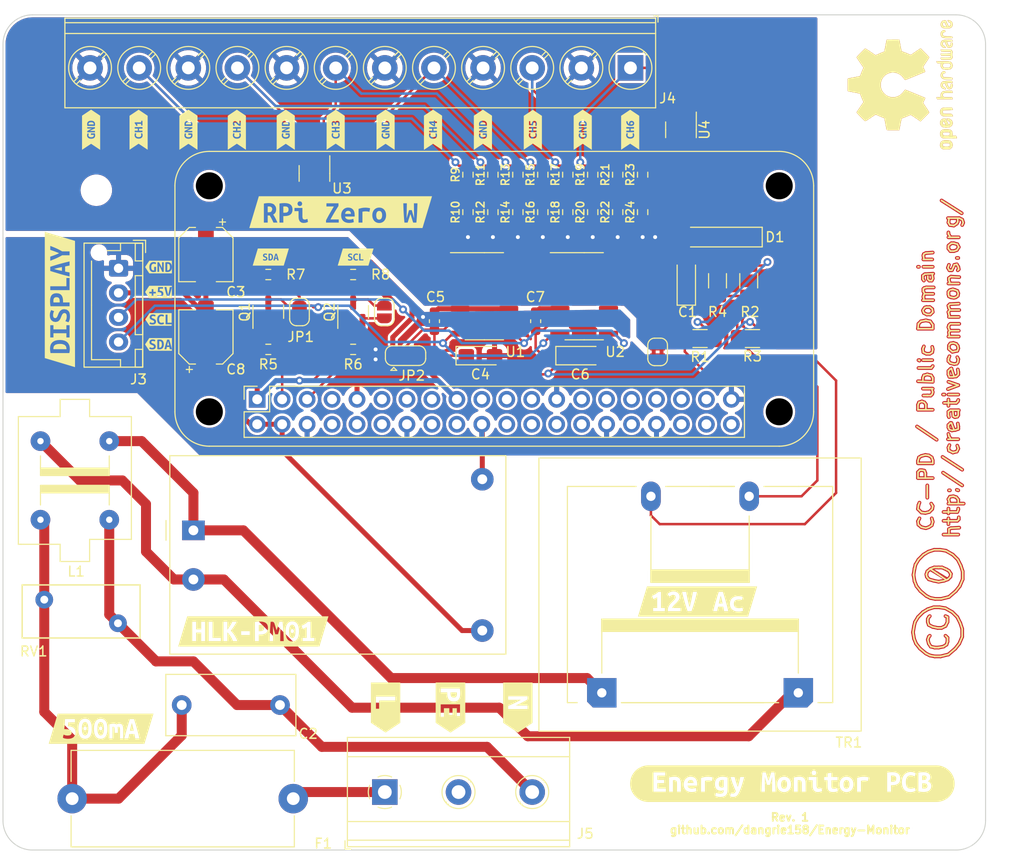
<source format=kicad_pcb>
(kicad_pcb (version 20211014) (generator pcbnew)
  (layers (0 "F.Cu" signal) (31 "B.Cu" signal) (34 "B.Paste" user) (35 "F.Paste" user) (36 "B.SilkS" user "B.Silkscreen") (37 "F.SilkS" user "F.Silkscreen") (38 "B.Mask" user) (39 "F.Mask" user) (44 "Edge.Cuts" user))
  (net 0 "")
  (net 1 "Net-(C1-Pad1)")
  (net 2 "GND")
  (net 3 "Net-(C2-Pad1)")
  (net 4 "Net-(C2-Pad2)")
  (net 5 "+5V")
  (net 6 "VDDA")
  (net 7 "ADC CH7")
  (net 8 "Net-(F1-Pad1)")
  (net 9 "Earth_Protective")
  (net 10 "+3V3")
  (net 11 "SDAL")
  (net 12 "SCLL")
  (net 39 "SCLH")
  (net 40 "SDAH")
  (net 41 "ADC CH1")
  (net 42 "GNDA")
  (net 43 "ADC CH2")
  (net 44 "ADC CH3")
  (net 45 "ADC CH4")
  (net 46 "ADC CH5")
  (net 47 "ADC CH6")
  (net 48 "NEUT")
  (net 49 "LINE")
  (net 50 "Net-(R1-Pad1)")
  (net 51 "Net-(R10-Pad1)")
  (net 52 "Net-(R11-Pad1)")
  (net 53 "Net-(R13-Pad1)")
  (net 54 "Net-(R15-Pad1)")
  (net 55 "Net-(R17-Pad1)")
  (net 56 "Net-(R19-Pad1)")
  (net 57 "Net-(R21-Pad1)")
  (net 58 "Net-(R23-Pad1)")
  (net 59 "ADC CH8")
  (footprint "kibuzzard-6249A788" (layer "F.Cu") (at 163.83 60.194 90)
    (fp_text reference "kibuzzard-6249A788" hide)
    (fp_text value "G***" hide)
  )
  (footprint "kibuzzard-624991A3" (layer "F.Cu") (at 109.982 121.158)
    (fp_text reference "kibuzzard-624991A3" hide)
    (fp_text value "G***" hide)
  )
  (footprint "kibuzzard-6249B42C" (layer "F.Cu") (at 115.824 74.168)
    (fp_text reference "kibuzzard-6249B42C" hide)
    (fp_text value "G***" hide)
  )
  (footprint "kibuzzard-6249B43B" (layer "F.Cu") (at 115.824 79.502)
    (fp_text reference "kibuzzard-6249B43B" hide)
    (fp_text value "G***" hide)
  )
  (footprint "Package_SO:SO-14_3.9x8.65mm_P1.27mm" (layer "F.Cu") (at 148.99 77.14)
    (fp_text reference "U1")
    (fp_text value "MCP3424")
  )
  (footprint "Symbol:OSHW-Logo2_14.6x12mm_Copper" (layer "F.Cu") (at 191.516 55.626 90)
    (fp_text reference "REF**" hide)
    (fp_text value "OSHW-Logo2_14.6x12mm_Copper" hide)
  )
  (footprint "Resistor_SMD:R_0603_1608Metric_Pad0.98x0.95mm_HandSolder" (layer "F.Cu") (at 157.48 68.58 -90)
    (fp_text reference "R18")
    (fp_text value "6k8")
  )
  (footprint "kibuzzard-6249A794" (layer "F.Cu") (at 159.004 60.194 90)
    (fp_text reference "kibuzzard-6249A794" hide)
    (fp_text value "G***" hide)
  )
  (footprint "kibuzzard-624990CE" (layer "F.Cu") (at 152.4 119 -90)
    (fp_text reference "kibuzzard-624990CE" hide)
    (fp_text value "G***" hide)
  )
  (footprint "MountingHole:MountingHole_2.7mm_M2.5_DIN965" (layer "F.Cu") (at 190.25 66.35)
    (fp_text reference "H2" hide)
    (fp_text value "MountingHole")
  )
  (footprint "Resistor_SMD:R_0603_1608Metric_Pad0.98x0.95mm_HandSolder" (layer "F.Cu") (at 157.48 64.77 90)
    (fp_text reference "R17")
    (fp_text value "10k")
  )
  (footprint "Resistor_SMD:R_1206_3216Metric_Pad1.30x1.75mm_HandSolder" (layer "F.Cu") (at 170.942 81.445)
    (fp_text reference "R1")
    (fp_text value "100k")
  )
  (footprint "kibuzzard-6249A773" (layer "F.Cu") (at 143.764 60.194 90)
    (fp_text reference "kibuzzard-6249A773" hide)
    (fp_text value "G***" hide)
  )
  (footprint "MountingHole:MountingHole_2.7mm_M2.5_DIN965" (layer "F.Cu") (at 190.25 115.65)
    (fp_text reference "H3" hide)
    (fp_text value "MountingHole")
  )
  (footprint "Capacitor_SMD:C_0603_1608Metric_Pad1.08x0.95mm_HandSolder" (layer "F.Cu") (at 154.21 79.68 90)
    (fp_text reference "C7")
    (fp_text value "100n")
  )
  (footprint "Resistor_SMD:R_0603_1608Metric_Pad0.98x0.95mm_HandSolder" (layer "F.Cu") (at 127 74.93)
    (fp_text reference "R7")
    (fp_text value "10k")
  )
  (footprint "kibuzzard-6249A794" (layer "F.Cu") (at 128.778 60.194 90)
    (fp_text reference "kibuzzard-6249A794" hide)
    (fp_text value "G***" hide)
  )
  (footprint "Resistor_SMD:R_0603_1608Metric_Pad0.98x0.95mm_HandSolder" (layer "F.Cu") (at 149.86 64.77 90)
    (fp_text reference "R11")
    (fp_text value "10k")
  )
  (footprint "Resistor_SMD:R_0603_1608Metric_Pad0.98x0.95mm_HandSolder" (layer "F.Cu") (at 152.4 68.58 -90)
    (fp_text reference "R14")
    (fp_text value "6k8")
  )
  (footprint "Resistor_SMD:R_1206_3216Metric_Pad1.30x1.75mm_HandSolder" (layer "F.Cu") (at 176.276 81.445 180)
    (fp_text reference "R3")
    (fp_text value "470k")
  )
  (footprint "Symbol:Symbol_CreativeCommonsPublicDomain_SilkScreenTop_Small" (layer "F.Cu") (at 195.072 91.694 90)
    (fp_text reference "REF**" hide)
    (fp_text value "Symbol_CreativeCommonsPublicDomain_SilkScreenTop_Small")
  )
  (footprint "EnergyMonitor:UU9.8" (layer "F.Cu") (at 107.315 95.885 90)
    (fp_text reference "L1")
    (fp_text value "20mH 500mA")
  )
  (footprint "Connector_JST:JST_XH_B4B-XH-AM_1x04_P2.50mm_Vertical" (layer "F.Cu") (at 111.76 74.295 -90)
    (fp_text reference "J3")
    (fp_text value "Display")
  )
  (footprint "Resistor_SMD:R_0603_1608Metric_Pad0.98x0.95mm_HandSolder" (layer "F.Cu") (at 147.32 64.77 90)
    (fp_text reference "R9")
    (fp_text value "10k")
  )
  (footprint "MountingHole:MountingHole_2.7mm_M2.5_DIN965" (layer "F.Cu") (at 109.5 115.65)
    (fp_text reference "H4" hide)
    (fp_text value "MountingHole")
  )
  (footprint "Resistor_SMD:R_0603_1608Metric_Pad0.98x0.95mm_HandSolder" (layer "F.Cu") (at 127 82.55)
    (fp_text reference "R5")
    (fp_text value "10k")
  )
  (footprint "Package_TO_SOT_SMD:SOT-23" (layer "F.Cu") (at 135.636 78.74 90)
    (fp_text reference "Q2")
    (fp_text value "BSS138")
  )
  (footprint "Varistor:RV_Disc_D12mm_W5.4mm_P7.5mm" (layer "F.Cu") (at 104.2 108.02)
    (fp_text reference "RV1")
    (fp_text value "10D561K")
  )
  (footprint "Resistor_SMD:R_1206_3216Metric_Pad1.30x1.75mm_HandSolder" (layer "F.Cu") (at 172.72 75.565 90)
    (fp_text reference "R4")
    (fp_text value "470k")
  )
  (footprint "Resistor_SMD:R_0603_1608Metric_Pad0.98x0.95mm_HandSolder" (layer "F.Cu") (at 149.86 68.58 -90)
    (fp_text reference "R12")
    (fp_text value "6k8")
  )
  (footprint "TerminalBlock_MetzConnect:TerminalBlock_MetzConnect_Type175_RT02703HBLC_1x03_P7.50mm_Horizontal" (layer "F.Cu") (at 138.86 127.6)
    (fp_text reference "J5")
    (fp_text value "Screw_Terminal_01x03")
  )
  (footprint "Resistor_SMD:R_0603_1608Metric_Pad0.98x0.95mm_HandSolder" (layer "F.Cu") (at 152.4 64.77 90)
    (fp_text reference "R13")
    (fp_text value "10k")
  )
  (footprint "TerminalBlock_Phoenix:TerminalBlock_Phoenix_PT-1,5-12-5.0-H_1x12_P5.00mm_Horizontal" (layer "F.Cu") (at 163.86 53.9 180)
    (fp_text reference "J4")
    (fp_text value "Screw_Terminal_01x12")
  )
  (footprint "Capacitor_SMD:CP_Elec_5x5.4" (layer "F.Cu") (at 120.65 81.28 90)
    (fp_text reference "C8")
    (fp_text value "100µ")
  )
  (footprint "kibuzzard-6249A75F" (layer "F.Cu") (at 133.858 60.194 90)
    (fp_text reference "kibuzzard-6249A75F" hide)
    (fp_text value "G***" hide)
  )
  (footprint "Package_TO_SOT_SMD:SOT-23-6" (layer "F.Cu") (at 131.699 64.643 -90)
    (fp_text reference "U3")
    (fp_text value "WE-TVS-824014")
  )
  (footprint "kibuzzard-624992EE" (layer "F.Cu") (at 125.476 111.252)
    (fp_text reference "kibuzzard-624992EE" hide)
    (fp_text value "G***" hide)
  )
  (footprint "Resistor_SMD:R_0603_1608Metric_Pad0.98x0.95mm_HandSolder" (layer "F.Cu") (at 147.32 68.58 -90)
    (fp_text reference "R10")
    (fp_text value "6k8")
  )
  (footprint "Resistor_SMD:R_0603_1608Metric_Pad0.98x0.95mm_HandSolder" (layer "F.Cu") (at 154.94 64.77 90)
    (fp_text reference "R15")
    (fp_text value "10k")
  )
  (footprint "kibuzzard-62499532" (layer "F.Cu") (at 127.254 73.152)
    (fp_text reference "kibuzzard-62499532" hide)
    (fp_text value "G***" hide)
  )
  (footprint "kibuzzard-6249B447" (layer "F.Cu") (at 115.824 82.042)
    (fp_text reference "kibuzzard-6249B447" hide)
    (fp_text value "G***" hide)
  )
  (footprint "Resistor_SMD:R_0603_1608Metric_Pad0.98x0.95mm_HandSolder" (layer "F.Cu") (at 154.94 68.58 -90)
    (fp_text reference "R16")
    (fp_text value "6k8")
  )
  (footprint "Capacitor_Tantalum_SMD:CP_EIA-3216-18_Kemet-A_Pad1.58x1.35mm_HandSolder" (layer "F.Cu") (at 158.75 83.185)
    (fp_text reference "C6")
    (fp_text value "10µ")
  )
  (footprint "Jumper:SolderJumper-2_P1.3mm_Open_RoundedPad1.0x1.5mm" (layer "F.Cu") (at 130.175 78.74 90)
    (fp_text reference "JP1")
    (fp_text value "SDA Bypass")
  )
  (footprint "Fuse:Fuseholder_Cylinder-5x20mm_Schurter_0031_8201_Horizontal_Open" (layer "F.Cu") (at 129.54 128.27 180)
    (fp_text reference "F1")
    (fp_text value "500mA")
  )
  (footprint "Package_TO_SOT_SMD:SOT-23" (layer "F.Cu") (at 127 78.74 90)
    (fp_text reference "Q1")
    (fp_text value "BSS138")
  )
  (footprint "Resistor_SMD:R_0603_1608Metric_Pad0.98x0.95mm_HandSolder" (layer "F.Cu") (at 160.02 64.77 90)
    (fp_text reference "R19")
    (fp_text value "10k")
  )
  (footprint "MountingHole:MountingHole_2.7mm_M2.5_DIN965" (layer "F.Cu") (at 109.5 66.35)
    (fp_text reference "H1" hide)
    (fp_text value "MountingHole")
  )
  (footprint "kibuzzard-6249A77E" (layer "F.Cu") (at 153.924 60.194 90)
    (fp_text reference "kibuzzard-6249A77E" hide)
    (fp_text value "G***" hide)
  )
  (footprint "kibuzzard-6249ABCA" (layer "F.Cu") (at 180.34 126.746)
    (fp_text reference "kibuzzard-6249ABCA" hide)
    (fp_text value "G***" hide)
  )
  (footprint "kibuzzard-62499035" (layer "F.Cu") (at 145.542 119 -90)
    (fp_text reference "kibuzzard-62499035" hide)
    (fp_text value "G***" hide)
  )
  (footprint "Resistor_SMD:R_0603_1608Metric_Pad0.98x0.95mm_HandSolder" (layer "F.Cu") (at 162.56 68.58 -90)
    (fp_text reference "R22")
    (fp_text value "6k8")
  )
  (footprint "Diode_SMD:D_MiniMELF_Handsoldering" (layer "F.Cu") (at 172.72 71.12 180)
    (fp_text reference "D1")
    (fp_text value "5V")
  )
  (footprint "kibuzzard-624992C2" (layer "F.Cu") (at 134.366 68.58)
    (fp_text reference "kibuzzard-624992C2" hide)
    (fp_text value "G***" hide)
  )
  (footprint "Package_SO:SO-14_3.9x8.65mm_P1.27mm" (layer "F.Cu") (at 159.15 77.14)
    (fp_text reference "U2")
    (fp_text value "MCP3424")
  )
  (footprint "Package_TO_SOT_SMD:SOT-23-6" (layer "F.Cu") (at 169 60.198 -90)
    (fp_text reference "U4")
    (fp_text value "WE-TVS-824014")
  )
  (footprint "Jumper:SolderJumper-3_P1.3mm_Bridged12_RoundedPad1.0x1.5mm" (layer "F.Cu") (at 140.97 83.185)
    (fp_text reference "JP3" hide)
    (fp_text value "VDDA Select")
  )
  (footprint "Symbol:Symbol_CreativeCommonsPublicDomain_CopperTop_Small" (layer "F.Cu") (at 195.072 91.694 90)
    (fp_text reference "REF**" hide)
    (fp_text value "Symbol_CreativeCommonsPublicDomain_CopperTop_Small")
  )
  (footprint "kibuzzard-6249A794" (layer "F.Cu") (at 138.938 60.194 90)
    (fp_text reference "kibuzzard-6249A794" hide)
    (fp_text value "G***" hide)
  )
  (footprint "Jumper:SolderJumper-2_P1.3mm_Bridged2Bar_RoundedPad1.0x1.5mm" (layer "F.Cu") (at 166.624 82.804 90)
    (fp_text reference "JP4" hide)
    (fp_text value "Star Ground")
  )
  (footprint "kibuzzard-6249A738" (layer "F.Cu") (at 113.8 60.194 90)
    (fp_text reference "kibuzzard-6249A738" hide)
    (fp_text value "G***" hide)
  )
  (footprint "Jumper:SolderJumper-2_P1.3mm_Open_RoundedPad1.0x1.5mm" (layer "F.Cu") (at 138.811 78.74 90)
    (fp_text reference "JP2")
    (fp_text value "SCL Bypass" hide)
  )
  (footprint "Capacitor_SMD:C_0603_1608Metric_Pad1.08x0.95mm_HandSolder" (layer "F.Cu") (at 143.91 79.68 90)
    (fp_text reference "C5")
    (fp_text value "100n")
  )
  (footprint "kibuzzard-62499525" (layer "F.Cu") (at 135.89 73.152)
    (fp_text reference "kibuzzard-62499525" hide)
    (fp_text value "G***" hide)
  )
  (footprint "kibuzzard-6249A794" (layer "F.Cu") (at 108.966 60.194 90)
    (fp_text reference "kibuzzard-6249A794" hide)
    (fp_text value "G***" hide)
  )
  (footprint "kibuzzard-624991BE" (layer "F.Cu") (at 170.688 108.204)
    (fp_text reference "kibuzzard-624991BE" hide)
    (fp_text value "G***" hide)
  )
  (footprint "Capacitor_Tantalum_SMD:CP_EIA-3216-18_Kemet-A_Pad1.58x1.35mm_HandSolder" (layer "F.Cu") (at 148.59 83.185)
    (fp_text reference "C4")
    (fp_text value "10µ")
  )
  (footprint "Symbol:OSHW-Logo2_14.6x12mm_SilkScreen" (layer "F.Cu") (at 191.516 55.626 90)
    (fp_text reference "REF**" hide)
    (fp_text value "OSHW-Logo2_14.6x12mm_SilkScreen" hide)
  )
  (footprint "kibuzzard-6249A574" (layer "F.Cu") (at 105.791 77.47 90)
    (fp_text reference "kibuzzard-6249A574" hide)
    (fp_text value "G***" hide)
  )
  (footprint "EnergyMonitor:Raspberry Pi Zero" (layer "F.Cu") (at 150 88.9 90)
    (fp_text reference "J2" hide)
    (fp_text value "RPi Zero")
  )
  (footprint "Converter_ACDC:Converter_ACDC_HiLink_HLK-PMxx" (layer "F.Cu") (at 119.38 100.965)
    (fp_text reference "PS1" hide)
    (fp_text value "HLK-PM01")
  )
  (footprint "Capacitor_Tantalum_SMD:CP_EIA-3216-18_Kemet-A_Pad1.58x1.35mm_HandSolder" (layer "F.Cu") (at 169.545 75.565 90)
    (fp_text reference "C1")
    (fp_text value "10µ/16V")
  )
  (footprint "Resistor_SMD:R_0603_1608Metric_Pad0.98x0.95mm_HandSolder" (layer "F.Cu") (at 165.1 68.58 -90)
    (fp_text reference "R24")
    (fp_text value "6k8")
  )
  (footprint "Resistor_SMD:R_1206_3216Metric_Pad1.30x1.75mm_HandSolder" (layer "F.Cu") (at 175.895 75.565 -90)
    (fp_text reference "R2")
    (fp_text value "6k8")
  )
  (footprint "Resistor_SMD:R_0603_1608Metric_Pad0.98x0.95mm_HandSolder" (layer "F.Cu") (at 135.636 82.55)
    (fp_text reference "R6")
    (fp_text value "10k")
  )
  (footprint "Capacitor_SMD:CP_Elec_5x5.4" (layer "F.Cu") (at 120.65 72.898 -90)
    (fp_text reference "C3")
    (fp_text value "100µ")
  )
  (footprint "Resistor_SMD:R_0603_1608Metric_Pad0.98x0.95mm_HandSolder" (layer "F.Cu") (at 135.636 74.93)
    (fp_text reference "R8")
    (fp_text value "10k")
  )
  (footprint "kibuzzard-6249B420" (layer "F.Cu") (at 115.824 76.708)
    (fp_text reference "kibuzzard-6249B420" hide)
    (fp_text value "G***" hide)
  )
  (footprint "kibuzzard-6249A794" (layer "F.Cu") (at 148.844 60.194 90)
    (fp_text reference "kibuzzard-6249A794" hide)
    (fp_text value "G***" hide)
  )
  (footprint "Resistor_SMD:R_0603_1608Metric_Pad0.98x0.95mm_HandSolder" (layer "F.Cu") (at 162.56 64.77 90)
    (fp_text reference "R21")
    (fp_text value "10k")
  )
  (footprint "kibuzzard-6249A748" (layer "F.Cu") (at 123.8 60.194 90)
    (fp_text reference "kibuzzard-6249A748" hide)
    (fp_text value "G***" hide)
  )
  (footprint "Capacitor_THT:C_Rect_L13.0mm_W6.0mm_P10.00mm_FKS3_FKP3_MKS4" (layer "F.Cu") (at 128.19 118.745 180)
    (fp_text reference "C2")
    (fp_text value "220nF/275Vac")
  )
  (footprint "Resistor_SMD:R_0603_1608Metric_Pad0.98x0.95mm_HandSolder" (layer "F.Cu") (at 160.02 68.58 -90)
    (fp_text reference "R20")
    (fp_text value "6k8")
  )
  (footprint "kibuzzard-6249901A" (layer "F.Cu") (at 138.938 119 -90)
    (fp_text reference "kibuzzard-6249901A" hide)
    (fp_text value "G***" hide)
  )
  (footprint "EnergyMonitor:BV EL 30" (layer "F.Cu") (at 170.942 107.5 90)
    (fp_text reference "TR1")
    (fp_text value "12V / 1.5VA")
  )
  (footprint "kibuzzard-6249A794" (layer "F.Cu") (at 118.872 60.194 90)
    (fp_text reference "kibuzzard-6249A794" hide)
    (fp_text value "G***" hide)
  )
  (footprint "Resistor_SMD:R_0603_1608Metric_Pad0.98x0.95mm_HandSolder" (layer "F.Cu") (at 165.1 64.77 90)
    (fp_text reference "R23")
    (fp_text value "10k")
  )
  (gr_arc locked (start 100 51.5) (mid 100.87868 49.37868) (end 103 48.5) (layer "Edge.Cuts") (width 0.1))
  (gr_arc locked (start 197 48.5) (mid 199.12132 49.37868) (end 200 51.5) (layer "Edge.Cuts") (width 0.1))
  (gr_line locked (start 103 48.5) (end 197 48.5) (layer "Edge.Cuts") (width 0.1))
  (gr_arc locked (start 103 133.5) (mid 100.87868 132.62132) (end 100 130.5) (layer "Edge.Cuts") (width 0.1))
  (gr_line locked (start 200 51.5) (end 200 130.5) (layer "Edge.Cuts") (width 0.1))
  (gr_arc locked (start 200 130.5) (mid 199.12132 132.62132) (end 197 133.5) (layer "Edge.Cuts") (width 0.1))
  (gr_line locked (start 197 133.5) (end 103 133.5) (layer "Edge.Cuts") (width 0.1))
  (gr_line locked (start 100 130.5) (end 100 51.5) (layer "Edge.Cuts") (width 0.1))
  (gr_text "Rev. 1\ngithub.com/dangrie158/Energy-Monitor" (at 180.086 130.81) (layer "F.SilkS") (effects (font (size 0.8 0.8) (thickness 0.2))))
  (segment (start 175.7825 77.115) (end 175.895 77.0025) (width 0.254) (layer "F.Cu") (net 1))
  (segment (start 166.83 100.33) (end 181.61 100.33) (width 0.254) (layer "F.Cu") (net 1))
  (segment (start 174.726 81.445) (end 174.726 78.284) (width 0.254) (layer "F.Cu") (net 1))
  (segment (start 184.785 97.155) (end 184.785 85.725) (width 0.254) (layer "F.Cu") (net 1))
  (segment (start 174.726 78.284) (end 175.895 77.115) (width 0.254) (layer "F.Cu") (net 1))
  (segment (start 169.825 77.115) (end 172.72 77.115) (width 0.254) (layer "F.Cu") (net 1))
  (segment (start 184.785 85.725) (end 182.245 83.185) (width 0.254) (layer "F.Cu") (net 1))
  (segment (start 165.942 97.5) (end 165.942 99.442) (width 0.254) (layer "F.Cu") (net 1))
  (segment (start 182.245 83.185) (end 176.466 83.185) (width 0.254) (layer "F.Cu") (net 1))
  (segment (start 181.61 100.33) (end 184.785 97.155) (width 0.254) (layer "F.Cu") (net 1))
  (segment (start 176.466 83.185) (end 174.726 81.445) (width 0.254) (layer "F.Cu") (net 1))
  (segment (start 172.72 77.115) (end 175.7825 77.115) (width 0.254) (layer "F.Cu") (net 1))
  (segment (start 165.942 99.442) (end 166.83 100.33) (width 0.254) (layer "F.Cu") (net 1))
  (segment (start 148.78 95.765) (end 148.78 90.22) (width 0.508) (layer "F.Cu") (net 2))
  (segment (start 151.465 78.41) (end 146.515 78.41) (width 0.508) (layer "F.Cu") (net 2))
  (segment (start 154.6175 78.41) (end 154.21 78.8175) (width 0.508) (layer "F.Cu") (net 2))
  (segment (start 146.515 78.41) (end 144.3175 78.41) (width 0.508) (layer "F.Cu") (net 2))
  (segment (start 156.675 78.41) (end 154.6175 78.41) (width 0.508) (layer "F.Cu") (net 2))
  (segment (start 144.3175 78.41) (end 143.91 78.8175) (width 0.508) (layer "F.Cu") (net 2))
  (segment (start 148.78 90.22) (end 148.73 90.17) (width 0.508) (layer "F.Cu") (net 2))
  (via (at 137.922 82.55) (size 0.8) (drill 0.4) (layers "F.Cu" "B.Cu") (net 2))
  (via (at 137.922 83.566) (size 0.8) (drill 0.4) (layers "F.Cu" "B.Cu") (net 2))
  (via (at 142.748 79.248) (size 0.8) (drill 0.4) (layers "F.Cu" "B.Cu") (net 2))
  (segment (start 119.38 114.3) (end 115.57 114.3) (width 1.016) (layer "F.Cu") (net 3))
  (segment (start 153.86 127.6) (end 149.26 123) (width 1.016) (layer "F.Cu") (net 3))
  (segment (start 132.445 123) (end 128.19 118.745) (width 1.016) (layer "F.Cu") (net 3))
  (segment (start 110.815 99.885) (end 110.815 109.535) (width 1.016) (layer "F.Cu") (net 3))
  (segment (start 149.26 123) (end 132.445 123) (width 1.016) (layer "F.Cu") (net 3))
  (segment (start 110.815 109.535) (end 111.7 110.42) (width 1.016) (layer "F.Cu") (net 3))
  (segment (start 128.19 118.745) (end 123.825 118.745) (width 1.016) (layer "F.Cu") (net 3))
  (segment (start 115.57 114.3) (end 115.57 114.29) (width 1.016) (layer "F.Cu") (net 3))
  (segment (start 115.57 114.29) (end 111.7 110.42) (width 1.016) (layer "F.Cu") (net 3))
  (segment (start 123.825 118.745) (end 119.38 114.3) (width 1.016) (layer "F.Cu") (net 3))
  (segment (start 104.2 119.44) (end 104.2 108.02) (width 1.016) (layer "F.Cu") (net 4))
  (segment (start 107.04 122.28) (end 104.2 119.44) (width 1.016) (layer "F.Cu") (net 4))
  (segment (start 118.19 121.84) (end 118.19 118.745) (width 1.016) (layer "F.Cu") (net 4))
  (segment (start 104.2 108.02) (end 104.2 100.27) (width 1.016) (layer "F.Cu") (net 4))
  (segment (start 104.2 100.27) (end 103.815 99.885) (width 1.016) (layer "F.Cu") (net 4))
  (segment (start 111.76 128.27) (end 118.19 121.84) (width 1.016) (layer "F.Cu") (net 4))
  (segment (start 107.04 128.27) (end 107.04 122.28) (width 1.016) (layer "F.Cu") (net 4))
  (segment (start 107.04 128.27) (end 111.76 128.27) (width 1.016) (layer "F.Cu") (net 4))
  (segment (start 146.725 111.165) (end 128.41 92.85) (width 0.508) (layer "F.Cu") (net 5))
  (segment (start 126.0875 74.5725) (end 127 73.66) (width 0.508) (layer "F.Cu") (net 5))
  (segment (start 141.623511 79.356489) (end 141.623511 77.869511) (width 0.508) (layer "F.Cu") (net 5))
  (segment (start 111.76 76.795) (end 118.365 76.795) (width 0.508) (layer "F.Cu") (net 5))
  (segment (start 125.186978 90.17) (end 124.258489 89.241511) (width 0.508) (layer "F.Cu") (net 5))
  (segment (start 126.0875 74.93) (end 126.0875 74.5725) (width 0.508) (layer "F.Cu") (net 5))
  (segment (start 120.65 75.098) (end 120.65 79.08) (width 0.508) (layer "F.Cu") (net 5))
  (segment (start 137.414 73.66) (end 132.715 73.66) (width 0.508) (layer "F.Cu") (net 5))
  (segment (start 141.623511 77.869511) (end 137.414 73.66) (width 0.508) (layer "F.Cu") (net 5))
  (segment (start 128.41 92.85) (end 128.41 90.17) (width 0.508) (layer "F.Cu") (net 5))
  (segment (start 124.258489 82.688489) (end 120.65 79.08) (width 0.508) (layer "F.Cu") (net 5))
  (segment (start 139.67 81.31) (end 141.623511 79.356489) (width 0.508) (layer "F.Cu") (net 5))
  (segment (start 125.87 90.17) (end 125.186978 90.17) (width 0.508) (layer "F.Cu") (net 5))
  (segment (start 126.0875 74.93) (end 120.818 74.93) (width 0.508) (layer "F.Cu") (net 5))
  (segment (start 148.78 111.165) (end 146.725 111.165) (width 0.508) (layer "F.Cu") (net 5))
  (segment (start 125.87 90.17) (end 128.41 90.17) (width 0.508) (layer "F.Cu") (net 5))
  (segment (start 120.818 74.93) (end 120.65 75.098) (width 0.508) (layer "F.Cu") (net 5))
  (segment (start 133.4535 73.66) (end 134.7235 74.93) (width 0.508) (layer "F.Cu") (net 5))
  (segment (start 124.258489 89.241511) (end 124.258489 82.688489) (width 0.508) (layer "F.Cu") (net 5))
  (segment (start 132.715 73.66) (end 133.4535 73.66) (width 0.254) (layer "F.Cu") (net 5))
  (segment (start 139.67 83.185) (end 139.67 81.31) (width 0.508) (layer "F.Cu") (net 5))
  (segment (start 118.365 76.795) (end 120.65 79.08) (width 0.508) (layer "F.Cu") (net 5))
  (segment (start 127 73.66) (end 132.715 73.66) (width 0.508) (layer "F.Cu") (net 5))
  (segment (start 154.94 83.185) (end 154.21 82.455) (width 0.254) (layer "F.Cu") (net 6))
  (segment (start 143.91 80.5425) (end 142.715154 80.5425) (width 0.254) (layer "F.Cu") (net 6))
  (segment (start 143.91 80.5425) (end 144.8825 80.5425) (width 0.254) (layer "F.Cu") (net 6))
  (segment (start 144.8825 80.5425) (end 145.415 80.01) (width 0.254) (layer "F.Cu") (net 6))
  (segment (start 155.0425 80.5425) (end 155.905 79.68) (width 0.254) (layer "F.Cu") (net 6))
  (segment (start 176.022 79.756) (end 176.137 79.756) (width 0.254) (layer "F.Cu") (net 6))
  (segment (start 147.1525 83.185) (end 149.0575 85.09) (width 0.254) (layer "F.Cu") (net 6))
  (segment (start 154.21 82.455) (end 154.21 80.5425) (width 0.254) (layer "F.Cu") (net 6))
  (segment (start 143.91 82.315) (end 143.91 80.5425) (width 0.254) (layer "F.Cu") (net 6))
  (segment (start 155.905 79.68) (end 156.675 79.68) (width 0.254) (layer "F.Cu") (net 6))
  (segment (start 154.21 80.5425) (end 155.0425 80.5425) (width 0.254) (layer "F.Cu") (net 6))
  (segment (start 147.1525 83.185) (end 144.78 83.185) (width 0.254) (layer "F.Cu") (net 6))
  (segment (start 155.49125 85.00625) (end 157.3125 83.185) (width 0.254) (layer "F.Cu") (net 6))
  (segment (start 145.745 79.68) (end 145.415 80.01) (width 0.254) (layer "F.Cu") (net 6))
  (segment (start 140.97 82.287654) (end 140.97 83.185) (width 0.254) (layer "F.Cu") (net 6))
  (segment (start 149.0575 85.09) (end 155.4075 85.09) (width 0.254) (layer "F.Cu") (net 6))
  (segment (start 146.515 79.68) (end 145.745 79.68) (width 0.254) (layer "F.Cu") (net 6))
  (segment (start 157.3125 83.185) (end 154.94 83.185) (width 0.254) (layer "F.Cu") (net 6))
  (segment (start 142.715154 80.5425) (end 140.97 82.287654) (width 0.254) (layer "F.Cu") (net 6))
  (segment (start 155.4075 85.09) (end 155.49125 85.00625) (width 0.254) (layer "F.Cu") (net 6))
  (segment (start 144.78 83.185) (end 143.91 82.315) (width 0.254) (layer "F.Cu") (net 6))
  (segment (start 176.137 79.756) (end 177.826 81.445) (width 0.254) (layer "F.Cu") (net 6))
  (via (at 155.49125 85.00625) (size 0.8) (drill 0.4) (layers "F.Cu" "B.Cu") (net 6))
  (via (at 176.022 79.756) (size 0.8) (drill 0.4) (layers "F.Cu" "B.Cu") (net 6))
  (segment (start 155.575 85.09) (end 155.49125 85.00625) (width 0.254) (layer "B.Cu") (net 6))
  (segment (start 175.514 79.756) (end 170.18 85.09) (width 0.254) (layer "B.Cu") (net 6))
  (segment (start 176.022 79.756) (end 175.514 79.756) (width 0.254) (layer "B.Cu") (net 6))
  (segment (start 170.18 85.09) (end 155.575 85.09) (width 0.254) (layer "B.Cu") (net 6))
  (segment (start 165.082 61.3355) (end 162.56 63.8575) (width 0.254) (layer "F.Cu") (net 7))
  (segment (start 168.05 61.3355) (end 165.082 61.3355) (width 0.254) (layer "F.Cu") (net 7))
  (segment (start 130.21 127.6) (end 129.54 128.27) (width 1.016) (layer "F.Cu") (net 8))
  (segment (start 138.86 127.6) (end 130.21 127.6) (width 1.016) (layer "F.Cu") (net 8))
  (segment (start 142.27 83.185) (end 142.27 83.71) (width 0.508) (layer "F.Cu") (net 10))
  (segment (start 134.7235 79.715) (end 134.686 79.6775) (width 0.254) (layer "F.Cu") (net 10))
  (segment (start 131.5485 85.725) (end 130.175 85.725) (width 0.254) (layer "F.Cu") (net 10))
  (segment (start 125.87 82.7675) (end 125.87 87.63) (width 0.508) (layer "F.Cu") (net 10))
  (segment (start 134.7235 82.55) (end 134.7235 79.715) (width 0.254) (layer "F.Cu") (net 10))
  (segment (start 134.7235 82.55) (end 131.5485 85.725) (width 0.254) (layer "F.Cu") (net 10))
  (segment (start 126.0875 82.55) (end 126.0875 79.715) (width 0.508) (layer "F.Cu") (net 10))
  (segment (start 142.27 83.71) (end 146.19 87.63) (width 0.508) (layer "F.Cu") (net 10))
  (segment (start 126.0875 79.715) (end 126.05 79.6775) (width 0.508) (layer "F.Cu") (net 10))
  (segment (start 126.0875 82.55) (end 125.87 82.7675) (width 0.508) (layer "F.Cu") (net 10))
  (via (at 130.175 85.725) (size 0.8) (drill 0.4) (layers "F.Cu" "B.Cu") (net 10))
  (segment (start 130.175 85.725) (end 127.775 85.725) (width 0.508) (layer "B.Cu") (net 10))
  (segment (start 127.775 85.725) (end 125.87 87.63) (width 0.508) (layer "B.Cu") (net 10))
  (segment (start 144.285 85.725) (end 130.175 85.725) (width 0.508) (layer "B.Cu") (net 10))
  (segment (start 146.19 87.63) (end 144.285 85.725) (width 0.508) (layer "B.Cu") (net 10))
  (segment (start 127.95 79.6775) (end 127.95 82.5125) (width 0.254) (layer "F.Cu") (net 11))
  (segment (start 128.41 83.0475) (end 127.9125 82.55) (width 0.254) (layer "F.Cu") (net 11))
  (segment (start 127.95 82.5125) (end 127.9125 82.55) (width 0.254) (layer "F.Cu") (net 11))
  (segment (start 130.175 79.39) (end 128.2375 79.39) (width 0.254) (layer "F.Cu") (net 11))
  (segment (start 128.41 87.63) (end 128.41 83.0475) (width 0.254) (layer "F.Cu") (net 11))
  (segment (start 128.2375 79.39) (end 127.95 79.6775) (width 0.254) (layer "F.Cu") (net 11))
  (segment (start 136.5485 82.55) (end 136.5485 79.715) (width 0.254) (layer "F.Cu") (net 12))
  (segment (start 135.382 84.074) (end 136.5485 82.9075) (width 0.254) (layer "F.Cu") (net 12))
  (segment (start 136.5485 82.9075) (end 136.5485 82.55) (width 0.254) (layer "F.Cu") (net 12))
  (segment (start 134.506 84.074) (end 135.382 84.074) (width 0.254) (layer "F.Cu") (net 12))
  (segment (start 136.8735 79.39) (end 136.586 79.6775) (width 0.254) (layer "F.Cu") (net 12))
  (segment (start 136.5485 79.715) (end 136.586 79.6775) (width 0.254) (layer "F.Cu") (net 12))
  (segment (start 138.811 79.39) (end 136.8735 79.39) (width 0.254) (layer "F.Cu") (net 12))
  (segment (start 130.95 87.63) (end 134.506 84.074) (width 0.254) (layer "F.Cu") (net 12))
  (segment (start 137.78 78.09) (end 137.16 77.47) (width 0.254) (layer "F.Cu") (net 39))
  (segment (start 138.811 77.1925) (end 138.811 78.09) (width 0.254) (layer "F.Cu") (net 39))
  (segment (start 162.23 80.95) (end 163.195 81.915) (width 0.254) (layer "F.Cu") (net 39))
  (segment (start 152.07 80.95) (end 153.035 81.915) (width 0.254) (layer "F.Cu") (net 39))
  (segment (start 137.16 77.47) (end 135.9685 77.47) (width 0.254) (layer "F.Cu") (net 39))
  (segment (start 135.9685 77.47) (end 135.636 77.8025) (width 0.254) (layer "F.Cu") (net 39))
  (segment (start 136.5485 74.93) (end 138.811 77.1925) (width 0.254) (layer "F.Cu") (net 39))
  (segment (start 140.716011 78.486) (end 139.422511 77.1925) (width 0.254) (layer "F.Cu") (net 39))
  (segment (start 161.625 80.95) (end 162.23 80.95) (width 0.254) (layer "F.Cu") (net 39))
  (segment (start 138.811 78.09) (end 137.78 78.09) (width 0.254) (layer "F.Cu") (net 39))
  (segment (start 139.422511 77.1925) (end 138.811 77.1925) (width 0.254) (layer "F.Cu") (net 39))
  (segment (start 151.465 80.95) (end 152.07 80.95) (width 0.254) (layer "F.Cu") (net 39))
  (via (at 140.716011 78.486) (size 0.8) (drill 0.4) (layers "F.Cu" "B.Cu") (net 39))
  (via (at 163.195 81.915) (size 0.8) (drill 0.4) (layers "F.Cu" "B.Cu") (net 39))
  (via (at 153.035 81.915) (size 0.8) (drill 0.4) (layers "F.Cu" "B.Cu") (net 39))
  (segment (start 154.305 80.645) (end 161.925 80.645) (width 0.254) (layer "B.Cu") (net 39))
  (segment (start 153.035 81.915) (end 146.685 81.915) (width 0.254) (layer "B.Cu") (net 39))
  (segment (start 161.925 80.645) (end 163.195 81.915) (width 0.254) (layer "B.Cu") (net 39))
  (segment (start 145.415 80.645) (end 142.875011 80.645) (width 0.254) (layer "B.Cu") (net 39))
  (segment (start 139.700011 77.47) (end 113.585 77.47) (width 0.254) (layer "B.Cu") (net 39))
  (segment (start 113.585 77.47) (end 111.76 79.295) (width 0.254) (layer "B.Cu") (net 39))
  (segment (start 153.035 81.915) (end 154.305 80.645) (width 0.254) (layer "B.Cu") (net 39))
  (segment (start 146.685 81.915) (end 145.415 80.645) (width 0.254) (layer "B.Cu") (net 39))
  (segment (start 142.875011 80.645) (end 139.700011 77.47) (width 0.254) (layer "B.Cu") (net 39))
  (segment (start 130.175 77.1925) (end 127.9125 74.93) (width 0.254) (layer "F.Cu") (net 40))
  (segment (start 145.745 80.95) (end 144.78 81.915) (width 0.254) (layer "F.Cu") (net 40))
  (segment (start 132.08 78.2505) (end 131.5905 78.2505) (width 0.254) (layer "F.Cu") (net 40))
  (segment (start 156.675 80.95) (end 155.9555 80.95) (width 0.254) (layer "F.Cu") (net 40))
  (segment (start 146.515 80.95) (end 145.745 80.95) (width 0.254) (layer "F.Cu") (net 40))
  (segment (start 130.175 78.09) (end 130.175 77.1925) (width 0.254) (layer "F.Cu") (net 40))
  (segment (start 130.175 78.09) (end 128.92 78.09) (width 0.254) (layer "F.Cu") (net 40))
  (segment (start 128.3 77.47) (end 127.3325 77.47) (width 0.254) (layer "F.Cu") (net 40))
  (segment (start 155.9555 80.95) (end 154.9905 81.915) (width 0.254) (layer "F.Cu") (net 40))
  (segment (start 127.3325 77.47) (end 127 77.8025) (width 0.254) (layer "F.Cu") (net 40))
  (segment (start 128.92 78.09) (end 128.3 77.47) (width 0.254) (layer "F.Cu") (net 40))
  (segment (start 131.5905 78.2505) (end 131.43 78.09) (width 0.254) (layer "F.Cu") (net 40))
  (segment (start 131.43 78.09) (end 130.175 78.09) (width 0.254) (layer "F.Cu") (net 40))
  (via (at 132.08 78.2505) (size 0.8) (drill 0.4) (layers "F.Cu" "B.Cu") (net 40))
  (via locked (at 144.78 81.915) (size 0.8) (drill 0.4) (layers "F.Cu" "B.Cu") (net 40))
  (via (at 154.9905 81.915) (size 0.8) (drill 0.4) (layers "F.Cu" "B.Cu") (net 40))
  (segment (start 115.45 78.105) (end 111.76 81.795) (width 0.254) (layer "B.Cu") (net 40))
  (segment (start 132.2255 78.105) (end 135.255 78.105) (width 0.254) (layer "B.Cu") (net 40))
  (segment (start 153.67 83.185) (end 154.94 81.915) (width 0.254) (layer "B.Cu") (net 40))
  (segment (start 132.08 78.2505) (end 131.9345 78.105) (width 0.254) (layer "B.Cu") (net 40))
  (segment (start 144.66 81.795) (end 144.78 81.915) (width 0.254) (layer "B.Cu") (net 40))
  (segment (start 135.255 78.105) (end 138.945 81.795) (width 0.254) (layer "B.Cu") (net 40))
  (segment (start 138.945 81.795) (end 144.66 81.795) (width 0.254) (layer "B.Cu") (net 40))
  (segment (start 132.08 78.2505) (end 132.2255 78.105) (width 0.254) (layer "B.Cu") (net 40))
  (segment (start 146.05 83.185) (end 153.67 83.185) (width 0.254) (layer "B.Cu") (net 40))
  (segment (start 144.78 81.915) (end 145.415 82.55) (width 0.254) (layer "B.Cu") (net 40))
  (segment (start 131.9345 78.105) (end 115.45 78.105) (width 0.254) (layer "B.Cu") (net 40))
  (segment (start 145.415 82.55) (end 146.05 83.185) (width 0.254) (layer "B.Cu") (net 40))
  (segment (start 154.94 81.915) (end 154.9905 81.915) (width 0.254) (layer "B.Cu") (net 40))
  (segment (start 130.749 65.7805) (end 125.796 60.8275) (width 0.254) (layer "F.Cu") (net 41))
  (segment (start 147.32 63.8575) (end 146.4075 63.8575) (width 0.254) (layer "F.Cu") (net 41))
  (segment (start 120.7875 60.8275) (end 113.86 53.9) (width 0.254) (layer "F.Cu") (net 41))
  (segment (start 146.4075 63.8575) (end 146.05 63.5) (width 0.254) (layer "F.Cu") (net 41))
  (segment (start 125.796 60.8275) (end 120.7875 60.8275) (width 0.254) (layer "F.Cu") (net 41))
  (via (at 146.05 63.5) (size 0.8) (drill 0.4) (layers "F.Cu" "B.Cu") (net 41))
  (segment (start 119.015 59.055) (end 113.86 53.9) (width 0.254) (layer "B.Cu") (net 41))
  (segment (start 141.605 59.055) (end 119.015 59.055) (width 0.254) (layer "B.Cu") (net 41))
  (segment (start 146.05 63.5) (end 141.605 59.055) (width 0.254) (layer "B.Cu") (net 41))
  (via (at 147.32 71.12) (size 0.8) (drill 0.4) (layers "F.Cu" "B.Cu") (net 42))
  (via (at 154.94 71.12) (size 0.8) (drill 0.4) (layers "F.Cu" "B.Cu") (net 42))
  (via (at 149.86 71.12) (size 0.8) (drill 0.4) (layers "F.Cu" "B.Cu") (net 42))
  (via (at 166.37 71.12) (size 0.8) (drill 0.4) (layers "F.Cu" "B.Cu") (net 42))
  (via (at 162.56 71.12) (size 0.8) (drill 0.4) (layers "F.Cu" "B.Cu") (net 42))
  (via (at 157.48 71.12) (size 0.8) (drill 0.4) (layers "F.Cu" "B.Cu") (net 42))
  (via (at 152.4 71.12) (size 0.8) (drill 0.4) (layers "F.Cu" "B.Cu") (net 42))
  (via (at 160.02 71.12) (size 0.8) (drill 0.4) (layers "F.Cu" "B.Cu") (net 42))
  (via (at 165.1 71.12) (size 0.8) (drill 0.4) (layers "F.Cu" "B.Cu") (net 42))
  (segment (start 148.9475 63.8575) (end 148.59 63.5) (width 0.254) (layer "F.Cu") (net 43))
  (segment (start 130.749 60.789) (end 130.749 63.5055) (width 0.254) (layer "F.Cu") (net 43))
  (segment (start 123.86 53.9) (end 130.749 60.789) (width 0.254) (layer "F.Cu") (net 43))
  (segment (start 149.86 63.8575) (end 148.9475 63.8575) (width 0.254) (layer "F.Cu") (net 43))
  (via (at 148.59 63.5) (size 0.8) (drill 0.4) (layers "F.Cu" "B.Cu") (net 43))
  (segment (start 142.875 57.785) (end 127.745 57.785) (width 0.254) (layer "B.Cu") (net 43))
  (segment (start 148.59 63.5) (end 142.875 57.785) (width 0.254) (layer "B.Cu") (net 43))
  (segment (start 127.745 57.785) (end 123.86 53.9) (width 0.254) (layer "B.Cu") (net 43))
  (segment (start 133.86 57.91) (end 132.649 59.121) (width 0.254) (layer "F.Cu") (net 44))
  (segment (start 132.649 59.121) (end 132.649 63.5055) (width 0.254) (layer "F.Cu") (net 44))
  (segment (start 133.86 57.91) (end 133.86 53.9) (width 0.254) (layer "F.Cu") (net 44))
  (segment (start 151.4875 63.8575) (end 151.13 63.5) (width 0.254) (layer "F.Cu") (net 44))
  (segment (start 152.4 63.8575) (end 151.4875 63.8575) (width 0.254) (layer "F.Cu") (net 44))
  (via (at 151.13 63.5) (size 0.8) (drill 0.4) (layers "F.Cu" "B.Cu") (net 44))
  (segment (start 136.475 56.515) (end 133.86 53.9) (width 0.254) (layer "B.Cu") (net 44))
  (segment (start 151.13 63.5) (end 144.145 56.515) (width 0.254) (layer "B.Cu") (net 44))
  (segment (start 144.145 56.515) (end 136.475 56.515) (width 0.254) (layer "B.Cu") (net 44))
  (segment (start 136 61.76) (end 136 63) (width 0.254) (layer "F.Cu") (net 45))
  (segment (start 143.86 53.9) (end 136 61.76) (width 0.254) (layer "F.Cu") (net 45))
  (segment (start 154.0275 63.8575) (end 153.67 63.5) (width 0.254) (layer "F.Cu") (net 45))
  (segment (start 133.2195 65.7805) (end 136 63) (width 0.254) (layer "F.Cu") (net 45))
  (segment (start 154.94 63.8575) (end 154.0275 63.8575) (width 0.254) (layer "F.Cu") (net 45))
  (segment (start 132.649 65.7805) (end 133.2195 65.7805) (width 0.254) (layer "F.Cu") (net 45))
  (via (at 153.67 63.5) (size 0.8) (drill 0.4) (layers "F.Cu" "B.Cu") (net 45))
  (segment (start 143.86 53.9) (end 153.46 63.5) (width 0.254) (layer "B.Cu") (net 45))
  (segment (start 153.46 63.5) (end 153.67 63.5) (width 0.254) (layer "B.Cu") (net 45))
  (segment (start 153.86 56.07) (end 156.8505 59.0605) (width 0.254) (layer "F.Cu") (net 46))
  (segment (start 156.8505 59.0605) (end 168.05 59.0605) (width 0.254) (layer "F.Cu") (net 46))
  (segment (start 157.48 63.8575) (end 156.5675 63.8575) (width 0.254) (layer "F.Cu") (net 46))
  (segment (start 153.86 56.07) (end 153.86 53.9) (width 0.254) (layer "F.Cu") (net 46))
  (segment (start 156.5675 63.8575) (end 156.21 63.5) (width 0.254) (layer "F.Cu") (net 46))
  (via (at 156.21 63.5) (size 0.8) (drill 0.4) (layers "F.Cu" "B.Cu") (net 46))
  (segment (start 153.86 61.15) (end 156.21 63.5) (width 0.254) (layer "B.Cu") (net 46))
  (segment (start 153.86 61.15) (end 153.86 53.9) (width 0.254) (layer "B.Cu") (net 46))
  (segment (start 165.9 53.9) (end 163.86 53.9) (width 0.254) (layer "F.Cu") (net 47))
  (segment (start 169.95 57.95) (end 165.9 53.9) (width 0.254) (layer "F.Cu") (net 47))
  (segment (start 160.02 63.8575) (end 159.1075 63.8575) (width 0.254) (layer "F.Cu") (net 47))
  (segment (start 159.1075 63.8575) (end 158.75 63.5) (width 0.254) (layer "F.Cu") (net 47))
  (segment (start 169.95 59.0605) (end 169.95 57.95) (width 0.254) (layer "F.Cu") (net 47))
  (via (at 158.75 63.5) (size 0.8) (drill 0.4) (layers "F.Cu" "B.Cu") (net 47))
  (segment (start 158.75 59.01) (end 163.86 53.9) (width 0.254) (layer "B.Cu") (net 47))
  (segment (start 158.75 63.5) (end 158.75 59.01) (width 0.254) (layer "B.Cu") (net 47))
  (segment (start 180.315 117.5) (end 180.942 117.5) (width 1.016) (layer "F.Cu") (net 48))
  (segment (start 150.51152 119.01552) (end 153.416 121.92) (width 1.016) (layer "F.Cu") (net 48))
  (segment (start 114.554 98.298) (end 114.554 103.124) (width 1.016) (layer "F.Cu") (net 48))
  (segment (start 175.895 121.92) (end 180.315 117.5) (width 1.016) (layer "F.Cu") (net 48))
  (segment (start 107.815 95.885) (end 112.141 95.885) (width 1.016) (layer "F.Cu") (net 48))
  (segment (start 103.815 91.885) (end 107.815 95.885) (width 1.016) (layer "F.Cu") (net 48))
  (segment (start 122.475 105.965) (end 135.52552 119.01552) (width 1.016) (layer "F.Cu") (net 48))
  (segment (start 117.395 105.965) (end 119.38 105.965) (width 1.016) (layer "F.Cu") (net 48))
  (segment (start 112.141 95.885) (end 114.554 98.298) (width 1.016) (layer "F.Cu") (net 48))
  (segment (start 119.38 105.965) (end 122.475 105.965) (width 1.016) (layer "F.Cu") (net 48))
  (segment (start 153.416 121.92) (end 175.895 121.92) (width 1.016) (layer "F.Cu") (net 48))
  (segment (start 114.554 103.124) (end 117.395 105.965) (width 1.016) (layer "F.Cu") (net 48))
  (segment (start 135.52552 119.01552) (end 150.51152 119.01552) (width 1.016) (layer "F.Cu") (net 48))
  (segment (start 159.442 116) (end 160.942 117.5) (width 1.016) (layer "F.Cu") (net 49))
  (segment (start 119.38 100.965) (end 124.46 100.965) (width 1.016) (layer "F.Cu") (net 49))
  (segment (start 110.815 91.885) (end 114.11 91.885) (width 1.016) (layer "F.Cu") (net 49))
  (segment (start 124.46 100.965) (end 139.495 116) (width 1.016) (layer "F.Cu") (net 49))
  (segment (start 139.495 116) (end 159.442 116) (width 1.016) (layer "F.Cu") (net 49))
  (segment (start 114.11 91.885) (end 119.38 97.155) (width 1.016) (layer "F.Cu") (net 49))
  (segment (start 119.38 97.155) (end 119.38 100.965) (width 1.016) (layer "F.Cu") (net 49))
  (segment (start 175.942 97.5) (end 181.265 97.5) (width 0.254) (layer "F.Cu") (net 50))
  (segment (start 171.704 85.09) (end 169.392 82.778) (width 0.254) (layer "F.Cu") (net 50))
  (segment (start 181.265 97.5) (end 182.88 95.885) (width 0.254) (layer "F.Cu") (net 50))
  (segment (start 182.88 95.885) (end 182.88 86.36) (width 0.254) (layer "F.Cu") (net 50))
  (segment (start 169.392 82.778) (end 169.392 81.445) (width 0.254) (layer "F.Cu") (net 50))
  (segment (start 181.61 85.09) (end 171.704 85.09) (width 0.254) (layer "F.Cu") (net 50))
  (segment (start 182.88 86.36) (end 181.61 85.09) (width 0.254) (layer "F.Cu") (net 50))
  (segment (start 146.05 72.865) (end 146.515 73.33) (width 0.254) (layer "F.Cu") (net 51))
  (segment (start 147.32 65.6825) (end 147.32 67.6675) (width 0.254) (layer "F.Cu") (net 51))
  (segment (start 147.32 67.6675) (end 146.05 68.9375) (width 0.254) (layer "F.Cu") (net 51))
  (segment (start 146.05 68.9375) (end 146.05 72.865) (width 0.254) (layer "F.Cu") (net 51))
  (segment (start 148.59 68.9375) (end 148.59 74.93) (width 0.254) (layer "F.Cu") (net 52))
  (segment (start 149.86 67.6675) (end 148.59 68.9375) (width 0.254) (layer "F.Cu") (net 52))
  (segment (start 148.59 74.93) (end 147.65 75.87) (width 0.254) (layer "F.Cu") (net 52))
  (segment (start 149.86 65.6825) (end 149.86 67.6675) (width 0.254) (layer "F.Cu") (net 52))
  (segment (start 147.65 75.87) (end 146.515 75.87) (width 0.254) (layer "F.Cu") (net 52))
  (segment (start 151.13 71.12) (end 149.86 72.39) (width 0.254) (layer "F.Cu") (net 53))
  (segment (start 152.0425 67.6675) (end 151.13 68.58) (width 0.254) (layer "F.Cu") (net 53))
  (segment (start 152.4 67.6675) (end 152.0425 67.6675) (width 0.254) (layer "F.Cu") (net 53))
  (segment (start 151.13 68.58) (end 151.13 71.12) (width 0.254) (layer "F.Cu") (net 53))
  (segment (start 149.86 76.2) (end 150.8 77.14) (width 0.254) (layer "F.Cu") (net 53))
  (segment (start 150.8 77.14) (end 151.465 77.14) (width 0.254) (layer "F.Cu") (net 53))
  (segment (start 149.86 72.39) (end 149.86 76.2) (width 0.254) (layer "F.Cu") (net 53))
  (segment (start 152.4 65.6825) (end 152.4 67.6675) (width 0.254) (layer "F.Cu") (net 53))
  (segment (start 154.94 65.6825) (end 154.94 67.6675) (width 0.254) (layer "F.Cu") (net 54))
  (segment (start 153.67 73.66) (end 152.73 74.6) (width 0.254) (layer "F.Cu") (net 54))
  (segment (start 152.73 74.6) (end 151.465 74.6) (width 0.254) (layer "F.Cu") (net 54))
  (segment (start 153.67 68.9375) (end 153.67 73.66) (width 0.254) (layer "F.Cu") (net 54))
  (segment (start 154.94 67.6675) (end 153.67 68.9375) (width 0.254) (layer "F.Cu") (net 54))
  (segment (start 156.21 68.9375) (end 156.21 72.865) (width 0.254) (layer "F.Cu") (net 55))
  (segment (start 156.21 72.865) (end 156.675 73.33) (width 0.254) (layer "F.Cu") (net 55))
  (segment (start 157.48 65.6825) (end 157.48 67.6675) (width 0.254) (layer "F.Cu") (net 55))
  (segment (start 157.48 67.6675) (end 156.21 68.9375) (width 0.254) (layer "F.Cu") (net 55))
  (segment (start 160.02 67.6675) (end 158.75 68.9375) (width 0.254) (layer "F.Cu") (net 56))
  (segment (start 158.75 74.93) (end 157.81 75.87) (width 0.254) (layer "F.Cu") (net 56))
  (segment (start 158.75 68.9375) (end 158.75 74.93) (width 0.254) (layer "F.Cu") (net 56))
  (segment (start 160.02 65.6825) (end 160.02 67.6675) (width 0.254) (layer "F.Cu") (net 56))
  (segment (start 157.81 75.87) (end 156.675 75.87) (width 0.254) (layer "F.Cu") (net 56))
  (segment (start 162.56 67.6675) (end 162.56 65.6825) (width 0.254) (layer "F.Cu") (net 57))
  (segment (start 161.29 68.9375) (end 161.29 71.12) (width 0.254) (layer "F.Cu") (net 57))
  (segment (start 160.96 77.14) (end 161.625 77.14) (width 0.254) (layer "F.Cu") (net 57))
  (segment (start 162.56 67.6675) (end 161.29 68.9375) (width 0.254) (layer "F.Cu") (net 57))
  (segment (start 161.29 71.12) (end 160.02 72.39) (width 0.254) (layer "F.Cu") (net 57))
  (segment (start 160.02 76.2) (end 160.96 77.14) (width 0.254) (layer "F.Cu") (net 57))
  (segment (start 160.02 72.39) (end 160.02 76.2) (width 0.254) (layer "F.Cu") (net 57))
  (segment (start 162.89 74.6) (end 161.625 74.6) (width 0.254) (layer "F.Cu") (net 58))
  (segment (start 164.7425 67.6675) (end 163.83 68.58) (width 0.254) (layer "F.Cu") (net 58))
  (segment (start 163.83 73.66) (end 162.89 74.6) (width 0.254) (layer "F.Cu") (net 58))
  (segment (start 165.1 67.6675) (end 165.1 65.6825) (width 0.254) (layer "F.Cu") (net 58))
  (segment (start 163.83 68.58) (end 163.83 73.66) (width 0.254) (layer "F.Cu") (net 58))
  (segment (start 165.1 67.6675) (end 164.7425 67.6675) (width 0.254) (layer "F.Cu") (net 58))
  (segment (start 175.895 74.015) (end 175.895 71.545) (width 0.254) (layer "F.Cu") (net 59))
  (segment (start 169.449784 62.992) (end 165.862 62.992) (width 0.254) (layer "F.Cu") (net 59))
  (segment (start 169.95 62.491784) (end 169.95 61.3355) (width 0.254) (layer "F.Cu") (net 59))
  (segment (start 170.688 79.756) (end 170.803 79.756) (width 0.254) (layer "F.Cu") (net 59))
  (segment (start 173.0775 63.8575) (end 175.47 66.25) (width 0.254) (layer "F.Cu") (net 59))
  (segment (start 165.1 63.754) (end 165.1 63.8575) (width 0.254) (layer "F.Cu") (net 59))
  (segment (start 175.895 71.545) (end 175.47 71.12) (width 0.254) (layer "F.Cu") (net 59))
  (segment (start 170.803 79.756) (end 172.492 81.445) (width 0.254) (layer "F.Cu") (net 59))
  (segment (start 175.895 74.015) (end 177.445 74.015) (width 0.254) (layer "F.Cu") (net 59))
  (segment (start 177.445 74.015) (end 177.8 73.66) (width 0.254) (layer "F.Cu") (net 59))
  (segment (start 165.1 63.8575) (end 173.0775 63.8575) (width 0.254) (layer "F.Cu") (net 59))
  (segment (start 169.449784 62.992) (end 169.95 62.491784) (width 0.254) (layer "F.Cu") (net 59))
  (segment (start 175.47 66.25) (end 175.47 71.12) (width 0.254) (layer "F.Cu") (net 59))
  (segment (start 165.862 62.992) (end 165.1 63.754) (width 0.254) (layer "F.Cu") (net 59))
  (via (at 177.8 73.66) (size 0.8) (drill 0.4) (layers "F.Cu" "B.Cu") (net 59))
  (via (at 170.688 79.756) (size 0.8) (drill 0.4) (layers "F.Cu" "B.Cu") (net 59))
  (segment (start 171.704 79.756) (end 177.8 73.66) (width 0.254) (layer "B.Cu") (net 59))
  (segment (start 170.688 79.756) (end 171.704 79.756) (width 0.254) (layer "B.Cu") (net 59))
  (zone (net 2) (net_name "GND") (layers F&B.Cu) (connect_pads (clearance 0.254)) (min_thickness 0.254) (fill yes (thermal_gap 0.508) (thermal_bridge_width 0.508))
    (polygon (pts (xy 142.875 78.74) (xy 162.814 78.486) (xy 163.83 79.502) (xy 163.83 81.534) (xy 165.354 83.058) (xy 182.88 83.058) (xy 182.88 93.345) (xy 120.015 93.345) (xy 113.665 86.995) (xy 99.695 86.995) (xy 99.695 71.12) (xy 135.128 71.12)))
  )
  (zone (net 42) (net_name "GNDA") (layers F&B.Cu) (connect_pads (clearance 0.254)) (min_thickness 0.254) (fill yes (thermal_gap 0.508) (thermal_bridge_width 0.508))
    (polygon (pts (xy 182.88 82.55) (xy 165.735 82.55) (xy 164.465 81.28) (xy 164.465 79.375) (xy 163.195 78.105) (xy 142.875 78.105) (xy 135.255 70.485) (xy 99.695 70.485) (xy 99.695 46.99) (xy 182.88 46.99)))
  )
)
</source>
